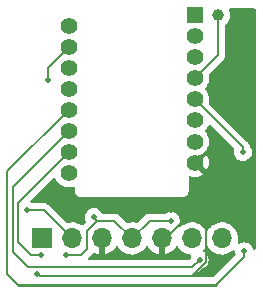
<source format=gbr>
%TF.GenerationSoftware,KiCad,Pcbnew,(6.0.4-0)*%
%TF.CreationDate,2022-06-11T07:19:30+09:00*%
%TF.ProjectId,KeyBall,4b657942-616c-46c2-9e6b-696361645f70,rev?*%
%TF.SameCoordinates,Original*%
%TF.FileFunction,Copper,L2,Bot*%
%TF.FilePolarity,Positive*%
%FSLAX46Y46*%
G04 Gerber Fmt 4.6, Leading zero omitted, Abs format (unit mm)*
G04 Created by KiCad (PCBNEW (6.0.4-0)) date 2022-06-11 07:19:30*
%MOMM*%
%LPD*%
G01*
G04 APERTURE LIST*
%TA.AperFunction,ComponentPad*%
%ADD10R,1.700000X1.700000*%
%TD*%
%TA.AperFunction,ComponentPad*%
%ADD11O,1.700000X1.700000*%
%TD*%
%TA.AperFunction,ComponentPad*%
%ADD12R,1.400000X1.400000*%
%TD*%
%TA.AperFunction,ComponentPad*%
%ADD13C,1.400000*%
%TD*%
%TA.AperFunction,SMDPad,CuDef*%
%ADD14C,1.000000*%
%TD*%
%TA.AperFunction,ViaPad*%
%ADD15C,0.500000*%
%TD*%
%TA.AperFunction,Conductor*%
%ADD16C,0.200000*%
%TD*%
%TA.AperFunction,Conductor*%
%ADD17C,0.250000*%
%TD*%
G04 APERTURE END LIST*
D10*
%TO.P,J1,1,Pin_1*%
%TO.N,/SCLK_5*%
X149800000Y-107000000D03*
D11*
%TO.P,J1,2,Pin_2*%
%TO.N,/NCS_5*%
X152340000Y-107000000D03*
%TO.P,J1,3,Pin_3*%
%TO.N,GND*%
X154880000Y-107000000D03*
%TO.P,J1,4,Pin_4*%
%TO.N,/5V*%
X157420000Y-107000000D03*
%TO.P,J1,5,Pin_5*%
%TO.N,GND*%
X159960000Y-107000000D03*
%TO.P,J1,6,Pin_6*%
%TO.N,/MOSI_5*%
X162500000Y-107000000D03*
%TO.P,J1,7,Pin_7*%
%TO.N,/MISO_5*%
X165040000Y-107000000D03*
%TD*%
D12*
%TO.P,U4,1,NC*%
%TO.N,unconnected-(U4-Pad1)*%
X162750000Y-88110000D03*
D13*
%TO.P,U4,2,NC*%
%TO.N,unconnected-(U4-Pad2)*%
X162750000Y-89890000D03*
%TO.P,U4,3,VDDPIX*%
%TO.N,Net-(C5-Pad1)*%
X162750000Y-91670000D03*
%TO.P,U4,4,VDD*%
%TO.N,/1.9V*%
X162750000Y-93450000D03*
%TO.P,U4,5,VDDIO*%
%TO.N,Net-(R11-Pad2)*%
X162750000Y-95230000D03*
%TO.P,U4,6,NC*%
%TO.N,unconnected-(U4-Pad6)*%
X162750000Y-97010000D03*
%TO.P,U4,7,NRESET*%
%TO.N,Net-(R10-Pad2)*%
X162750000Y-98790000D03*
%TO.P,U4,8,GND*%
%TO.N,GND*%
X162750000Y-100570000D03*
%TO.P,U4,9,MOTION*%
%TO.N,unconnected-(U4-Pad9)*%
X152050000Y-101460000D03*
%TO.P,U4,10,SCLK*%
%TO.N,/SCLK*%
X152050000Y-99680000D03*
%TO.P,U4,11,MOSI*%
%TO.N,/MOSI*%
X152050000Y-97900000D03*
%TO.P,U4,12,MISO*%
%TO.N,/MISO*%
X152050000Y-96120000D03*
%TO.P,U4,13,NCS*%
%TO.N,Net-(R7-Pad2)*%
X152050000Y-94340000D03*
%TO.P,U4,14,NC*%
%TO.N,unconnected-(U4-Pad14)*%
X152050000Y-92560000D03*
%TO.P,U4,15,LED_P*%
%TO.N,Net-(R8-Pad2)*%
X152050000Y-90780000D03*
%TO.P,U4,16,NC*%
%TO.N,unconnected-(U4-Pad16)*%
X152050000Y-89000000D03*
%TD*%
D14*
%TO.P,P1,1,Pin_1*%
%TO.N,/1.9V*%
X164700000Y-88100000D03*
%TD*%
D15*
%TO.N,/5V*%
X160700000Y-105500000D03*
X151800000Y-108400000D03*
X154175500Y-105200000D03*
%TO.N,GND*%
X160700000Y-104600000D03*
X149394008Y-109974011D03*
%TO.N,/NCS_5*%
X148500000Y-104600000D03*
%TO.N,Net-(R8-Pad2)*%
X150292701Y-93607299D03*
%TO.N,Net-(R11-Pad2)*%
X166800000Y-99700000D03*
%TO.N,/SCLK*%
X149750500Y-108400000D03*
%TO.N,/MISO*%
X166920905Y-108087910D03*
%TO.N,/MOSI*%
X163150500Y-108800000D03*
%TD*%
D16*
%TO.N,/5V*%
X153100000Y-108400000D02*
X153600000Y-107900000D01*
X151800000Y-108400000D02*
X153100000Y-108400000D01*
X153600000Y-107900000D02*
X153600000Y-106400000D01*
X153600000Y-106400000D02*
X154500000Y-105500000D01*
%TO.N,/MOSI*%
X163150500Y-108800000D02*
X162525989Y-109424511D01*
X162525989Y-109424511D02*
X148624511Y-109424511D01*
X148624511Y-109424511D02*
X147325969Y-108125969D01*
X147325969Y-108125969D02*
X147325969Y-102624031D01*
X147325969Y-102624031D02*
X152050000Y-97900000D01*
%TO.N,/5V*%
X158920000Y-105500000D02*
X157420000Y-107000000D01*
X154500000Y-105500000D02*
X155920000Y-105500000D01*
X155920000Y-105500000D02*
X157420000Y-107000000D01*
X154200000Y-105200000D02*
X154500000Y-105500000D01*
X160700000Y-105500000D02*
X158920000Y-105500000D01*
%TO.N,GND*%
X163700000Y-101520000D02*
X162750000Y-100570000D01*
X162530212Y-110200000D02*
X163700000Y-109030212D01*
X163700000Y-109030212D02*
X163700000Y-101520000D01*
X160700000Y-104600000D02*
X161000000Y-104600000D01*
X160300000Y-107000000D02*
X159960000Y-107000000D01*
X149619997Y-110200000D02*
X162530212Y-110200000D01*
X149394008Y-109974011D02*
X149619997Y-110200000D01*
X159960000Y-107000000D02*
X160400000Y-107000000D01*
X161850000Y-105450000D02*
X160300000Y-107000000D01*
X161000000Y-104600000D02*
X161850000Y-105450000D01*
%TO.N,/1.9V*%
X164700000Y-88100000D02*
X164700000Y-91500000D01*
X164700000Y-91500000D02*
X162750000Y-93450000D01*
%TO.N,/NCS_5*%
X152340000Y-107000000D02*
X149940000Y-104600000D01*
X149940000Y-104600000D02*
X148500000Y-104600000D01*
%TO.N,Net-(R8-Pad2)*%
X150292701Y-92537299D02*
X152050000Y-90780000D01*
X150292701Y-93607299D02*
X150292701Y-92537299D01*
%TO.N,Net-(R11-Pad2)*%
X162750000Y-95230000D02*
X166800000Y-99280000D01*
X166800000Y-99280000D02*
X166800000Y-99700000D01*
%TO.N,/SCLK*%
X149750500Y-108400000D02*
X148850978Y-108400000D01*
X147775489Y-107324511D02*
X147775489Y-103954511D01*
X148850978Y-108400000D02*
X147775489Y-107324511D01*
X147775489Y-103954511D02*
X152050000Y-99680000D01*
%TO.N,/MISO*%
X166920905Y-108087910D02*
X166920905Y-108529106D01*
X147800000Y-110900000D02*
X146876449Y-109976449D01*
D17*
X164550011Y-110900000D02*
X147800000Y-110900000D01*
D16*
X166920905Y-108529106D02*
X164550011Y-110900000D01*
X146876449Y-101293551D02*
X152050000Y-96120000D01*
X146876449Y-109976449D02*
X146876449Y-101293551D01*
%TD*%
%TA.AperFunction,Conductor*%
%TO.N,GND*%
G36*
X163852026Y-107675144D02*
G01*
X163879875Y-107706994D01*
X163939987Y-107805088D01*
X164086250Y-107973938D01*
X164258126Y-108116632D01*
X164451000Y-108229338D01*
X164659692Y-108309030D01*
X164664760Y-108310061D01*
X164664763Y-108310062D01*
X164759862Y-108329410D01*
X164878597Y-108353567D01*
X164883772Y-108353757D01*
X164883774Y-108353757D01*
X165096673Y-108361564D01*
X165096677Y-108361564D01*
X165101837Y-108361753D01*
X165106957Y-108361097D01*
X165106959Y-108361097D01*
X165318288Y-108334025D01*
X165318289Y-108334025D01*
X165323416Y-108333368D01*
X165328366Y-108331883D01*
X165532429Y-108270661D01*
X165532434Y-108270659D01*
X165537384Y-108269174D01*
X165737994Y-108170896D01*
X165919860Y-108041173D01*
X165923517Y-108037529D01*
X165923523Y-108037524D01*
X165944902Y-108016219D01*
X166007273Y-107982302D01*
X166078080Y-107987490D01*
X166134841Y-108030136D01*
X166159241Y-108093173D01*
X166174286Y-108246609D01*
X166176509Y-108253291D01*
X166176510Y-108253297D01*
X166191800Y-108299261D01*
X166194322Y-108370212D01*
X166161336Y-108428126D01*
X164359867Y-110229595D01*
X164297555Y-110263621D01*
X164270772Y-110266500D01*
X162707895Y-110266500D01*
X162639774Y-110246498D01*
X162593281Y-110192842D01*
X162583177Y-110122568D01*
X162612671Y-110057988D01*
X162675286Y-110018793D01*
X162676653Y-110018427D01*
X162684840Y-110017349D01*
X162832865Y-109956035D01*
X162928051Y-109882996D01*
X162928058Y-109882991D01*
X162928064Y-109882985D01*
X162953423Y-109863526D01*
X162959976Y-109858498D01*
X162979438Y-109833135D01*
X162990304Y-109820745D01*
X163086649Y-109724400D01*
X163227120Y-109583928D01*
X163290882Y-109549596D01*
X163296963Y-109548348D01*
X163303983Y-109547709D01*
X163329247Y-109539500D01*
X163459123Y-109497301D01*
X163459126Y-109497300D01*
X163465822Y-109495124D01*
X163611990Y-109407990D01*
X163617084Y-109403139D01*
X163617088Y-109403136D01*
X163684333Y-109339099D01*
X163735221Y-109290639D01*
X163829391Y-109148902D01*
X163889819Y-108989825D01*
X163913501Y-108821313D01*
X163913799Y-108800000D01*
X163894831Y-108630892D01*
X163838868Y-108470189D01*
X163832883Y-108460610D01*
X163810920Y-108425464D01*
X163748692Y-108325879D01*
X163741926Y-108319065D01*
X163677408Y-108254095D01*
X163628786Y-108205132D01*
X163574839Y-108170896D01*
X163509219Y-108129252D01*
X163462420Y-108075863D01*
X163451915Y-108005648D01*
X163481039Y-107940900D01*
X163487794Y-107933616D01*
X163534430Y-107887144D01*
X163534440Y-107887132D01*
X163538096Y-107883489D01*
X163668453Y-107702077D01*
X163669776Y-107703028D01*
X163716645Y-107659857D01*
X163786580Y-107647625D01*
X163852026Y-107675144D01*
G37*
%TD.AperFunction*%
%TA.AperFunction,Conductor*%
G36*
X155076121Y-106766002D02*
G01*
X155122614Y-106819658D01*
X155134000Y-106872000D01*
X155134000Y-108318517D01*
X155138064Y-108332359D01*
X155151478Y-108334393D01*
X155158184Y-108333534D01*
X155168262Y-108331392D01*
X155372255Y-108270191D01*
X155381842Y-108266433D01*
X155573095Y-108172739D01*
X155581945Y-108167464D01*
X155755328Y-108043792D01*
X155763200Y-108037139D01*
X155914052Y-107886812D01*
X155920730Y-107878965D01*
X156048022Y-107701819D01*
X156049279Y-107702722D01*
X156096373Y-107659362D01*
X156166311Y-107647145D01*
X156231751Y-107674678D01*
X156259579Y-107706511D01*
X156319987Y-107805088D01*
X156466250Y-107973938D01*
X156638126Y-108116632D01*
X156831000Y-108229338D01*
X157039692Y-108309030D01*
X157044760Y-108310061D01*
X157044763Y-108310062D01*
X157139862Y-108329410D01*
X157258597Y-108353567D01*
X157263772Y-108353757D01*
X157263774Y-108353757D01*
X157476673Y-108361564D01*
X157476677Y-108361564D01*
X157481837Y-108361753D01*
X157486957Y-108361097D01*
X157486959Y-108361097D01*
X157698288Y-108334025D01*
X157698289Y-108334025D01*
X157703416Y-108333368D01*
X157708366Y-108331883D01*
X157912429Y-108270661D01*
X157912434Y-108270659D01*
X157917384Y-108269174D01*
X158117994Y-108170896D01*
X158299860Y-108041173D01*
X158324902Y-108016219D01*
X158403190Y-107938203D01*
X158458096Y-107883489D01*
X158588453Y-107702077D01*
X158589640Y-107702930D01*
X158636960Y-107659362D01*
X158706897Y-107647145D01*
X158772338Y-107674678D01*
X158800166Y-107706511D01*
X158857694Y-107800388D01*
X158863777Y-107808699D01*
X159003213Y-107969667D01*
X159010580Y-107976883D01*
X159174434Y-108112916D01*
X159182881Y-108118831D01*
X159366756Y-108226279D01*
X159376042Y-108230729D01*
X159575001Y-108306703D01*
X159584899Y-108309579D01*
X159688250Y-108330606D01*
X159702299Y-108329410D01*
X159706000Y-108319065D01*
X159706000Y-106872000D01*
X159726002Y-106803879D01*
X159779658Y-106757386D01*
X159832000Y-106746000D01*
X160088000Y-106746000D01*
X160156121Y-106766002D01*
X160202614Y-106819658D01*
X160214000Y-106872000D01*
X160214000Y-108318517D01*
X160218064Y-108332359D01*
X160231478Y-108334393D01*
X160238184Y-108333534D01*
X160248262Y-108331392D01*
X160452255Y-108270191D01*
X160461842Y-108266433D01*
X160653095Y-108172739D01*
X160661945Y-108167464D01*
X160835328Y-108043792D01*
X160843200Y-108037139D01*
X160994052Y-107886812D01*
X161000730Y-107878965D01*
X161128022Y-107701819D01*
X161129279Y-107702722D01*
X161176373Y-107659362D01*
X161246311Y-107647145D01*
X161311751Y-107674678D01*
X161339579Y-107706511D01*
X161399987Y-107805088D01*
X161546250Y-107973938D01*
X161718126Y-108116632D01*
X161911000Y-108229338D01*
X162119692Y-108309030D01*
X162124760Y-108310061D01*
X162124763Y-108310062D01*
X162244354Y-108334393D01*
X162338597Y-108353567D01*
X162341669Y-108353680D01*
X162406381Y-108381368D01*
X162446193Y-108440152D01*
X162447903Y-108511128D01*
X162444588Y-108521648D01*
X162431103Y-108558699D01*
X162408603Y-108620516D01*
X162405213Y-108647348D01*
X162376833Y-108712421D01*
X162369303Y-108720649D01*
X162310844Y-108779107D01*
X162248531Y-108813132D01*
X162221749Y-108816011D01*
X153848728Y-108816011D01*
X153780607Y-108796009D01*
X153734114Y-108742353D01*
X153724010Y-108672079D01*
X153753504Y-108607499D01*
X153759633Y-108600916D01*
X153996234Y-108364315D01*
X154008625Y-108353448D01*
X154027437Y-108339013D01*
X154033987Y-108333987D01*
X154058474Y-108302075D01*
X154058478Y-108302071D01*
X154082580Y-108270661D01*
X154101678Y-108245772D01*
X154159016Y-108203905D01*
X154229887Y-108199683D01*
X154265213Y-108213690D01*
X154286755Y-108226278D01*
X154296042Y-108230729D01*
X154495001Y-108306703D01*
X154504899Y-108309579D01*
X154608250Y-108330606D01*
X154622299Y-108329410D01*
X154626000Y-108319065D01*
X154626000Y-106872000D01*
X154646002Y-106803879D01*
X154699658Y-106757386D01*
X154752000Y-106746000D01*
X155008000Y-106746000D01*
X155076121Y-106766002D01*
G37*
%TD.AperFunction*%
%TA.AperFunction,Conductor*%
G36*
X167833621Y-87528502D02*
G01*
X167880114Y-87582158D01*
X167891500Y-87634500D01*
X167891500Y-107823589D01*
X167871498Y-107891710D01*
X167817842Y-107938203D01*
X167747568Y-107948307D01*
X167682988Y-107918813D01*
X167646509Y-107865026D01*
X167624104Y-107800688D01*
X167609273Y-107758099D01*
X167603288Y-107748520D01*
X167555542Y-107672113D01*
X167519097Y-107613789D01*
X167399191Y-107493042D01*
X167255513Y-107401861D01*
X167095205Y-107344778D01*
X166926234Y-107324630D01*
X166919231Y-107325366D01*
X166919230Y-107325366D01*
X166764006Y-107341680D01*
X166764002Y-107341681D01*
X166756998Y-107342417D01*
X166750327Y-107344688D01*
X166602578Y-107394985D01*
X166602575Y-107394986D01*
X166595908Y-107397256D01*
X166589909Y-107400946D01*
X166589906Y-107400948D01*
X166561950Y-107418147D01*
X166493449Y-107436806D01*
X166425735Y-107415468D01*
X166380306Y-107360908D01*
X166373162Y-107288173D01*
X166372370Y-107288069D01*
X166372818Y-107284670D01*
X166372818Y-107284668D01*
X166401529Y-107066590D01*
X166403156Y-107000000D01*
X166384852Y-106777361D01*
X166330431Y-106560702D01*
X166241354Y-106355840D01*
X166184616Y-106268136D01*
X166122822Y-106172617D01*
X166122820Y-106172614D01*
X166120014Y-106168277D01*
X165969670Y-106003051D01*
X165965619Y-105999852D01*
X165965615Y-105999848D01*
X165798414Y-105867800D01*
X165798410Y-105867798D01*
X165794359Y-105864598D01*
X165771897Y-105852198D01*
X165686676Y-105805154D01*
X165598789Y-105756638D01*
X165593920Y-105754914D01*
X165593916Y-105754912D01*
X165393087Y-105683795D01*
X165393083Y-105683794D01*
X165388212Y-105682069D01*
X165383119Y-105681162D01*
X165383116Y-105681161D01*
X165173373Y-105643800D01*
X165173367Y-105643799D01*
X165168284Y-105642894D01*
X165094452Y-105641992D01*
X164950081Y-105640228D01*
X164950079Y-105640228D01*
X164944911Y-105640165D01*
X164724091Y-105673955D01*
X164511756Y-105743357D01*
X164313607Y-105846507D01*
X164309474Y-105849610D01*
X164309471Y-105849612D01*
X164139100Y-105977530D01*
X164134965Y-105980635D01*
X164116605Y-105999848D01*
X163997865Y-106124102D01*
X163980629Y-106142138D01*
X163873201Y-106299621D01*
X163818293Y-106344621D01*
X163747768Y-106352792D01*
X163684021Y-106321538D01*
X163663324Y-106297054D01*
X163582822Y-106172617D01*
X163582820Y-106172614D01*
X163580014Y-106168277D01*
X163429670Y-106003051D01*
X163425619Y-105999852D01*
X163425615Y-105999848D01*
X163258414Y-105867800D01*
X163258410Y-105867798D01*
X163254359Y-105864598D01*
X163231897Y-105852198D01*
X163146676Y-105805154D01*
X163058789Y-105756638D01*
X163053920Y-105754914D01*
X163053916Y-105754912D01*
X162853087Y-105683795D01*
X162853083Y-105683794D01*
X162848212Y-105682069D01*
X162843119Y-105681162D01*
X162843116Y-105681161D01*
X162633373Y-105643800D01*
X162633367Y-105643799D01*
X162628284Y-105642894D01*
X162554452Y-105641992D01*
X162410081Y-105640228D01*
X162410079Y-105640228D01*
X162404911Y-105640165D01*
X162184091Y-105673955D01*
X161971756Y-105743357D01*
X161773607Y-105846507D01*
X161769474Y-105849610D01*
X161769471Y-105849612D01*
X161599100Y-105977530D01*
X161594965Y-105980635D01*
X161591393Y-105984373D01*
X161591392Y-105984374D01*
X161579472Y-105996847D01*
X161517947Y-106032277D01*
X161447035Y-106028819D01*
X161389249Y-105987572D01*
X161362936Y-105921631D01*
X161376156Y-105853019D01*
X161378891Y-105848902D01*
X161439319Y-105689825D01*
X161440537Y-105681162D01*
X161445923Y-105642831D01*
X161463001Y-105521313D01*
X161463299Y-105500000D01*
X161444331Y-105330892D01*
X161430620Y-105291518D01*
X161395038Y-105189343D01*
X161388368Y-105170189D01*
X161298192Y-105025879D01*
X161292867Y-105020516D01*
X161183248Y-104910129D01*
X161178286Y-104905132D01*
X161156806Y-104891500D01*
X161108131Y-104860610D01*
X161034608Y-104813951D01*
X160874300Y-104756868D01*
X160705329Y-104736720D01*
X160698326Y-104737456D01*
X160698325Y-104737456D01*
X160543101Y-104753770D01*
X160543097Y-104753771D01*
X160536093Y-104754507D01*
X160529422Y-104756778D01*
X160381673Y-104807075D01*
X160381670Y-104807076D01*
X160375003Y-104809346D01*
X160369005Y-104813036D01*
X160369003Y-104813037D01*
X160271831Y-104872818D01*
X160205809Y-104891500D01*
X158968136Y-104891500D01*
X158951690Y-104890422D01*
X158928188Y-104887328D01*
X158920000Y-104886250D01*
X158911812Y-104887328D01*
X158880129Y-104891499D01*
X158880120Y-104891500D01*
X158880115Y-104891500D01*
X158761150Y-104907162D01*
X158613125Y-104968476D01*
X158613123Y-104968477D01*
X158613124Y-104968477D01*
X158517928Y-105041523D01*
X158517925Y-105041526D01*
X158486013Y-105066013D01*
X158480983Y-105072568D01*
X158466548Y-105091379D01*
X158455681Y-105103770D01*
X157905048Y-105654403D01*
X157842736Y-105688429D01*
X157778287Y-105684358D01*
X157778087Y-105685116D01*
X157774256Y-105684104D01*
X157773895Y-105684081D01*
X157773089Y-105683796D01*
X157768212Y-105682069D01*
X157763123Y-105681162D01*
X157763121Y-105681162D01*
X157553373Y-105643800D01*
X157553367Y-105643799D01*
X157548284Y-105642894D01*
X157474452Y-105641992D01*
X157330081Y-105640228D01*
X157330079Y-105640228D01*
X157324911Y-105640165D01*
X157215377Y-105656926D01*
X157109200Y-105673173D01*
X157109197Y-105673174D01*
X157104091Y-105673955D01*
X157099176Y-105675562D01*
X157099174Y-105675562D01*
X157064890Y-105686768D01*
X156993927Y-105688921D01*
X156936648Y-105656099D01*
X156384315Y-105103766D01*
X156373448Y-105091375D01*
X156359013Y-105072563D01*
X156353987Y-105066013D01*
X156322075Y-105041526D01*
X156322072Y-105041523D01*
X156303805Y-105027506D01*
X156233429Y-104973504D01*
X156233427Y-104973503D01*
X156226876Y-104968476D01*
X156078851Y-104907162D01*
X156070664Y-104906084D01*
X156070663Y-104906084D01*
X156059458Y-104904609D01*
X156028262Y-104900502D01*
X155959885Y-104891500D01*
X155959882Y-104891500D01*
X155959874Y-104891499D01*
X155928189Y-104887328D01*
X155920000Y-104886250D01*
X155888307Y-104890422D01*
X155871864Y-104891500D01*
X154947027Y-104891500D01*
X154878906Y-104871498D01*
X154840173Y-104832270D01*
X154831088Y-104817730D01*
X154773692Y-104725879D01*
X154653786Y-104605132D01*
X154637539Y-104594821D01*
X154598906Y-104570304D01*
X154510108Y-104513951D01*
X154349800Y-104456868D01*
X154180829Y-104436720D01*
X154173826Y-104437456D01*
X154173825Y-104437456D01*
X154018601Y-104453770D01*
X154018597Y-104453771D01*
X154011593Y-104454507D01*
X154004922Y-104456778D01*
X153857173Y-104507075D01*
X153857170Y-104507076D01*
X153850503Y-104509346D01*
X153844505Y-104513036D01*
X153844503Y-104513037D01*
X153711565Y-104594821D01*
X153711563Y-104594823D01*
X153705566Y-104598512D01*
X153583986Y-104717573D01*
X153580175Y-104723487D01*
X153580173Y-104723489D01*
X153510068Y-104832270D01*
X153491804Y-104860610D01*
X153433603Y-105020516D01*
X153412275Y-105189343D01*
X153428881Y-105358699D01*
X153482594Y-105520167D01*
X153486243Y-105526192D01*
X153489199Y-105532590D01*
X153486425Y-105533872D01*
X153501154Y-105589351D01*
X153479382Y-105656926D01*
X153464292Y-105675159D01*
X153274449Y-105865002D01*
X153212137Y-105899028D01*
X153141322Y-105893963D01*
X153107264Y-105874790D01*
X153094359Y-105864598D01*
X152898789Y-105756638D01*
X152893920Y-105754914D01*
X152893916Y-105754912D01*
X152693087Y-105683795D01*
X152693083Y-105683794D01*
X152688212Y-105682069D01*
X152683119Y-105681162D01*
X152683116Y-105681161D01*
X152473373Y-105643800D01*
X152473367Y-105643799D01*
X152468284Y-105642894D01*
X152394452Y-105641992D01*
X152250081Y-105640228D01*
X152250079Y-105640228D01*
X152244911Y-105640165D01*
X152135377Y-105656926D01*
X152029200Y-105673173D01*
X152029197Y-105673174D01*
X152024091Y-105673955D01*
X152019176Y-105675562D01*
X152019174Y-105675562D01*
X151984890Y-105686768D01*
X151913927Y-105688921D01*
X151856648Y-105656099D01*
X150404315Y-104203766D01*
X150393448Y-104191375D01*
X150379013Y-104172563D01*
X150373987Y-104166013D01*
X150342075Y-104141526D01*
X150342072Y-104141523D01*
X150246876Y-104068476D01*
X150098851Y-104007162D01*
X150090664Y-104006084D01*
X150090663Y-104006084D01*
X150079458Y-104004609D01*
X150048262Y-104000502D01*
X149979885Y-103991500D01*
X149979882Y-103991500D01*
X149979874Y-103991499D01*
X149948189Y-103987328D01*
X149940000Y-103986250D01*
X149908307Y-103990422D01*
X149891864Y-103991500D01*
X148993411Y-103991500D01*
X148925897Y-103971885D01*
X148870733Y-103936877D01*
X148823934Y-103883488D01*
X148813429Y-103813273D01*
X148842553Y-103748525D01*
X148849152Y-103741397D01*
X150720979Y-101869570D01*
X150783291Y-101835544D01*
X150854106Y-101840609D01*
X150910942Y-101883156D01*
X150924268Y-101905413D01*
X150999411Y-102066558D01*
X151120699Y-102239776D01*
X151270224Y-102389301D01*
X151443442Y-102510589D01*
X151448420Y-102512910D01*
X151448423Y-102512912D01*
X151630108Y-102597633D01*
X151635090Y-102599956D01*
X151640398Y-102601378D01*
X151640400Y-102601379D01*
X151834030Y-102653262D01*
X151834032Y-102653262D01*
X151839345Y-102654686D01*
X152050000Y-102673116D01*
X152260655Y-102654686D01*
X152265968Y-102653262D01*
X152265970Y-102653262D01*
X152432889Y-102608536D01*
X152503865Y-102610226D01*
X152562661Y-102650020D01*
X152590609Y-102715284D01*
X152591500Y-102730243D01*
X152591500Y-102991377D01*
X152591498Y-102992147D01*
X152591024Y-103069721D01*
X152593491Y-103078352D01*
X152599150Y-103098153D01*
X152602728Y-103114915D01*
X152606920Y-103144187D01*
X152610634Y-103152355D01*
X152610634Y-103152356D01*
X152617548Y-103167562D01*
X152623996Y-103185086D01*
X152631051Y-103209771D01*
X152635843Y-103217365D01*
X152635844Y-103217368D01*
X152646830Y-103234780D01*
X152654969Y-103249863D01*
X152667208Y-103276782D01*
X152673069Y-103283584D01*
X152683970Y-103296235D01*
X152695073Y-103311239D01*
X152708776Y-103332958D01*
X152715501Y-103338897D01*
X152715504Y-103338901D01*
X152730938Y-103352532D01*
X152742982Y-103364724D01*
X152756427Y-103380327D01*
X152756430Y-103380329D01*
X152762287Y-103387127D01*
X152769816Y-103392007D01*
X152769817Y-103392008D01*
X152783835Y-103401094D01*
X152798709Y-103412385D01*
X152811217Y-103423431D01*
X152817951Y-103429378D01*
X152844711Y-103441942D01*
X152859691Y-103450263D01*
X152876983Y-103461471D01*
X152876988Y-103461473D01*
X152884515Y-103466352D01*
X152893108Y-103468922D01*
X152893113Y-103468924D01*
X152909120Y-103473711D01*
X152926564Y-103480372D01*
X152941676Y-103487467D01*
X152941678Y-103487468D01*
X152949800Y-103491281D01*
X152958667Y-103492662D01*
X152958668Y-103492662D01*
X152961353Y-103493080D01*
X152979017Y-103495830D01*
X152995732Y-103499613D01*
X153015466Y-103505515D01*
X153015472Y-103505516D01*
X153024066Y-103508086D01*
X153033037Y-103508141D01*
X153033038Y-103508141D01*
X153043097Y-103508202D01*
X153058506Y-103508296D01*
X153059289Y-103508329D01*
X153060386Y-103508500D01*
X153091377Y-103508500D01*
X153092147Y-103508502D01*
X153165785Y-103508952D01*
X153165786Y-103508952D01*
X153169721Y-103508976D01*
X153171065Y-103508592D01*
X153172410Y-103508500D01*
X161691377Y-103508500D01*
X161692148Y-103508502D01*
X161769721Y-103508976D01*
X161798152Y-103500850D01*
X161814915Y-103497272D01*
X161815753Y-103497152D01*
X161844187Y-103493080D01*
X161867564Y-103482451D01*
X161885087Y-103476004D01*
X161909771Y-103468949D01*
X161917365Y-103464157D01*
X161917368Y-103464156D01*
X161934780Y-103453170D01*
X161949865Y-103445030D01*
X161976782Y-103432792D01*
X161996235Y-103416030D01*
X162011239Y-103404927D01*
X162032958Y-103391224D01*
X162038897Y-103384499D01*
X162038901Y-103384496D01*
X162052532Y-103369062D01*
X162064724Y-103357018D01*
X162080327Y-103343573D01*
X162080329Y-103343570D01*
X162087127Y-103337713D01*
X162101094Y-103316165D01*
X162112385Y-103301291D01*
X162123431Y-103288783D01*
X162123432Y-103288782D01*
X162129378Y-103282049D01*
X162141943Y-103255287D01*
X162150263Y-103240309D01*
X162161471Y-103223017D01*
X162161473Y-103223012D01*
X162166352Y-103215485D01*
X162168922Y-103206892D01*
X162168924Y-103206887D01*
X162173711Y-103190880D01*
X162180372Y-103173436D01*
X162187467Y-103158324D01*
X162187468Y-103158322D01*
X162191281Y-103150200D01*
X162195830Y-103120983D01*
X162199613Y-103104268D01*
X162205515Y-103084534D01*
X162205516Y-103084528D01*
X162208086Y-103075934D01*
X162208296Y-103041494D01*
X162208329Y-103040711D01*
X162208500Y-103039614D01*
X162208500Y-103008623D01*
X162208502Y-103007853D01*
X162208952Y-102934215D01*
X162208952Y-102934214D01*
X162208976Y-102930279D01*
X162208592Y-102928935D01*
X162208500Y-102927590D01*
X162208500Y-101839725D01*
X162228502Y-101771604D01*
X162282158Y-101725111D01*
X162352432Y-101715007D01*
X162367112Y-101718019D01*
X162534111Y-101762767D01*
X162544909Y-101764671D01*
X162744525Y-101782135D01*
X162755475Y-101782135D01*
X162955091Y-101764671D01*
X162965878Y-101762769D01*
X163159429Y-101710907D01*
X163169723Y-101707159D01*
X163351323Y-101622479D01*
X163360811Y-101617001D01*
X163391248Y-101595689D01*
X163399623Y-101585212D01*
X163392554Y-101571764D01*
X162479885Y-100659095D01*
X162445859Y-100596783D01*
X162447694Y-100571132D01*
X163114408Y-100571132D01*
X163114539Y-100572965D01*
X163118790Y-100579580D01*
X163752486Y-101213276D01*
X163764261Y-101219706D01*
X163776276Y-101210410D01*
X163797001Y-101180811D01*
X163802479Y-101171323D01*
X163887159Y-100989723D01*
X163890907Y-100979429D01*
X163942769Y-100785878D01*
X163944671Y-100775091D01*
X163962135Y-100575475D01*
X163962135Y-100564525D01*
X163944671Y-100364909D01*
X163942769Y-100354122D01*
X163890907Y-100160571D01*
X163887159Y-100150277D01*
X163802479Y-99968677D01*
X163797001Y-99959189D01*
X163775689Y-99928752D01*
X163765212Y-99920377D01*
X163751764Y-99927446D01*
X163122022Y-100557188D01*
X163114408Y-100571132D01*
X162447694Y-100571132D01*
X162450924Y-100525968D01*
X162479885Y-100480905D01*
X162957885Y-100002905D01*
X163014368Y-99970294D01*
X163121499Y-99941588D01*
X163159600Y-99931379D01*
X163159602Y-99931378D01*
X163164910Y-99929956D01*
X163170293Y-99927446D01*
X163351577Y-99842912D01*
X163351580Y-99842910D01*
X163356558Y-99840589D01*
X163529776Y-99719301D01*
X163679301Y-99569776D01*
X163800589Y-99396558D01*
X163889956Y-99204910D01*
X163912400Y-99121150D01*
X163943262Y-99005970D01*
X163943262Y-99005968D01*
X163944686Y-99000655D01*
X163963116Y-98790000D01*
X163944686Y-98579345D01*
X163889956Y-98375090D01*
X163800589Y-98183442D01*
X163679301Y-98010224D01*
X163658172Y-97989095D01*
X163624146Y-97926783D01*
X163629211Y-97855968D01*
X163658172Y-97810905D01*
X163679301Y-97789776D01*
X163800589Y-97616558D01*
X163802912Y-97611577D01*
X163875732Y-97455415D01*
X163922650Y-97402130D01*
X163990927Y-97382669D01*
X164058887Y-97403211D01*
X164079022Y-97419570D01*
X166033862Y-99374410D01*
X166067888Y-99436722D01*
X166063169Y-99506597D01*
X166058103Y-99520516D01*
X166036775Y-99689343D01*
X166053381Y-99858699D01*
X166107094Y-100020167D01*
X166110741Y-100026189D01*
X166110742Y-100026191D01*
X166185892Y-100150277D01*
X166195246Y-100165723D01*
X166313455Y-100288132D01*
X166319351Y-100291990D01*
X166430783Y-100364909D01*
X166455846Y-100381310D01*
X166462450Y-100383766D01*
X166462452Y-100383767D01*
X166498844Y-100397301D01*
X166615341Y-100440626D01*
X166784015Y-100463132D01*
X166791026Y-100462494D01*
X166791030Y-100462494D01*
X166946462Y-100448348D01*
X166953483Y-100447709D01*
X166960185Y-100445531D01*
X166960187Y-100445531D01*
X167108623Y-100397301D01*
X167108626Y-100397300D01*
X167115322Y-100395124D01*
X167261490Y-100307990D01*
X167266584Y-100303139D01*
X167266588Y-100303136D01*
X167354013Y-100219882D01*
X167384721Y-100190639D01*
X167396926Y-100172270D01*
X167441121Y-100105750D01*
X167478891Y-100048902D01*
X167539319Y-99889825D01*
X167563001Y-99721313D01*
X167563299Y-99700000D01*
X167544331Y-99530892D01*
X167488368Y-99370189D01*
X167484635Y-99364215D01*
X167484633Y-99364211D01*
X167423374Y-99266177D01*
X167405306Y-99215853D01*
X167394891Y-99136741D01*
X167394890Y-99136739D01*
X167392838Y-99121150D01*
X167392838Y-99121149D01*
X167383128Y-99097707D01*
X167334684Y-98980752D01*
X167334683Y-98980750D01*
X167331524Y-98973124D01*
X167258477Y-98877929D01*
X167258476Y-98877927D01*
X167239017Y-98852567D01*
X167239013Y-98852563D01*
X167233987Y-98846013D01*
X167227437Y-98840987D01*
X167227434Y-98840984D01*
X167208620Y-98826548D01*
X167196229Y-98815681D01*
X163970031Y-95589482D01*
X163936005Y-95527170D01*
X163937419Y-95467776D01*
X163943262Y-95445970D01*
X163943262Y-95445968D01*
X163944686Y-95440655D01*
X163963116Y-95230000D01*
X163944686Y-95019345D01*
X163889956Y-94815090D01*
X163861894Y-94754910D01*
X163802912Y-94628423D01*
X163802910Y-94628420D01*
X163800589Y-94623442D01*
X163679301Y-94450224D01*
X163658172Y-94429095D01*
X163624146Y-94366783D01*
X163629211Y-94295968D01*
X163658172Y-94250905D01*
X163679301Y-94229776D01*
X163800589Y-94056558D01*
X163889956Y-93864910D01*
X163916460Y-93765998D01*
X163943262Y-93665970D01*
X163943262Y-93665968D01*
X163944686Y-93660655D01*
X163963116Y-93450000D01*
X163944686Y-93239345D01*
X163937419Y-93212224D01*
X163939109Y-93141247D01*
X163970031Y-93090518D01*
X165096234Y-91964315D01*
X165108625Y-91953448D01*
X165127437Y-91939013D01*
X165133987Y-91933987D01*
X165158474Y-91902075D01*
X165158480Y-91902069D01*
X165211722Y-91832682D01*
X165226495Y-91813430D01*
X165226497Y-91813426D01*
X165231524Y-91806875D01*
X165292838Y-91658850D01*
X165308500Y-91539885D01*
X165308500Y-91539878D01*
X165313750Y-91500000D01*
X165309578Y-91468307D01*
X165308500Y-91451864D01*
X165308500Y-88965902D01*
X165328502Y-88897781D01*
X165356926Y-88866613D01*
X165393996Y-88837651D01*
X165398847Y-88833861D01*
X165528078Y-88684145D01*
X165625769Y-88512179D01*
X165688197Y-88324513D01*
X165712985Y-88128295D01*
X165713380Y-88100000D01*
X165694080Y-87903167D01*
X165636916Y-87713831D01*
X165634027Y-87708397D01*
X165634023Y-87708388D01*
X165626188Y-87693654D01*
X165611868Y-87624117D01*
X165637415Y-87557876D01*
X165694720Y-87515963D01*
X165737439Y-87508500D01*
X167765500Y-87508500D01*
X167833621Y-87528502D01*
G37*
%TD.AperFunction*%
%TD*%
M02*

</source>
